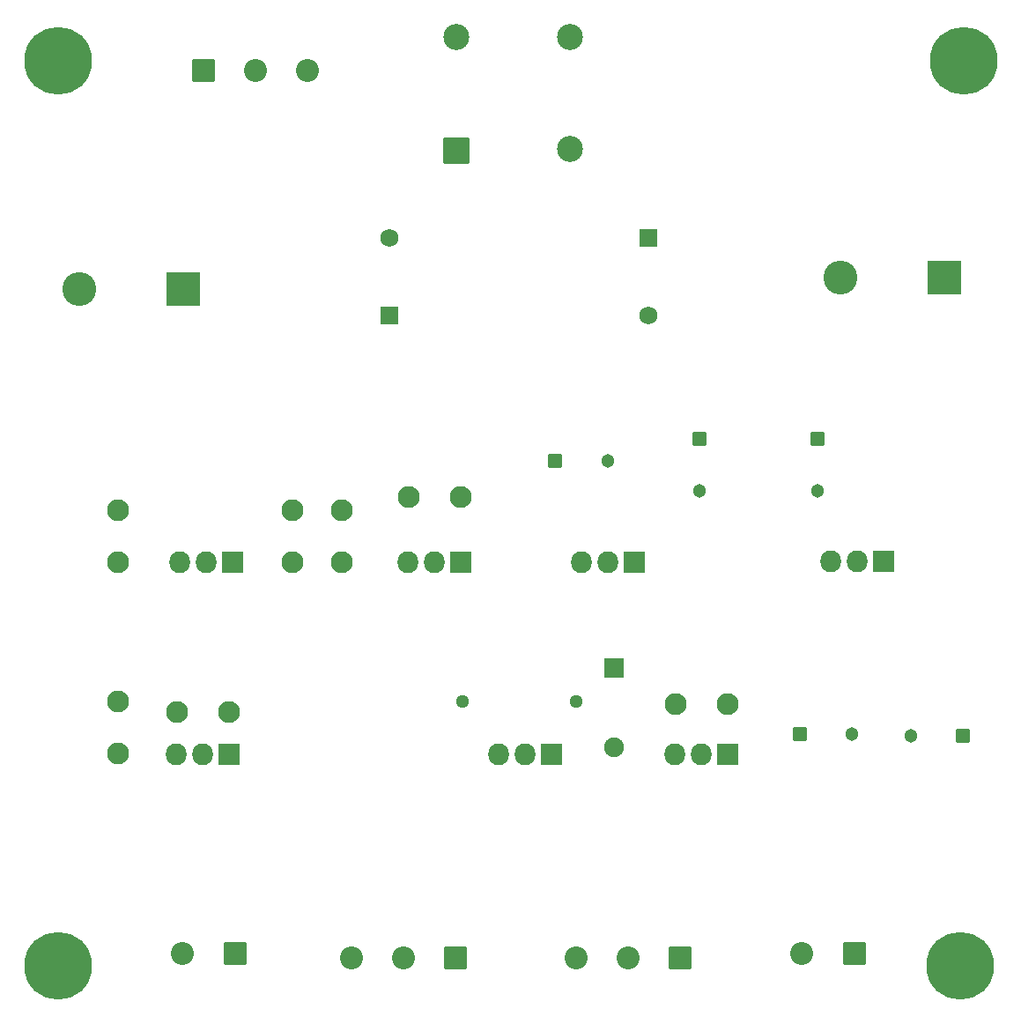
<source format=gbr>
%TF.GenerationSoftware,KiCad,Pcbnew,(6.0.0)*%
%TF.CreationDate,2022-02-28T16:45:59-03:00*%
%TF.ProjectId,Circuito fuente,43697263-7569-4746-9f20-6675656e7465,V02*%
%TF.SameCoordinates,Original*%
%TF.FileFunction,Soldermask,Top*%
%TF.FilePolarity,Negative*%
%FSLAX46Y46*%
G04 Gerber Fmt 4.6, Leading zero omitted, Abs format (unit mm)*
G04 Created by KiCad (PCBNEW (6.0.0)) date 2022-02-28 16:45:59*
%MOMM*%
%LPD*%
G01*
G04 APERTURE LIST*
G04 Aperture macros list*
%AMRoundRect*
0 Rectangle with rounded corners*
0 $1 Rounding radius*
0 $2 $3 $4 $5 $6 $7 $8 $9 X,Y pos of 4 corners*
0 Add a 4 corners polygon primitive as box body*
4,1,4,$2,$3,$4,$5,$6,$7,$8,$9,$2,$3,0*
0 Add four circle primitives for the rounded corners*
1,1,$1+$1,$2,$3*
1,1,$1+$1,$4,$5*
1,1,$1+$1,$6,$7*
1,1,$1+$1,$8,$9*
0 Add four rect primitives between the rounded corners*
20,1,$1+$1,$2,$3,$4,$5,0*
20,1,$1+$1,$4,$5,$6,$7,0*
20,1,$1+$1,$6,$7,$8,$9,0*
20,1,$1+$1,$8,$9,$2,$3,0*%
G04 Aperture macros list end*
%ADD10C,2.101600*%
%ADD11RoundRect,0.050800X0.952500X1.000000X-0.952500X1.000000X-0.952500X-1.000000X0.952500X-1.000000X0*%
%ADD12O,2.006600X2.101600*%
%ADD13RoundRect,0.050800X-0.825000X0.825000X-0.825000X-0.825000X0.825000X-0.825000X0.825000X0.825000X0*%
%ADD14C,1.751600*%
%ADD15C,0.901600*%
%ADD16C,6.501600*%
%ADD17RoundRect,0.050800X-0.600000X0.600000X-0.600000X-0.600000X0.600000X-0.600000X0.600000X0.600000X0*%
%ADD18C,1.301600*%
%ADD19RoundRect,0.050800X-1.050000X-1.050000X1.050000X-1.050000X1.050000X1.050000X-1.050000X1.050000X0*%
%ADD20C,2.201600*%
%ADD21RoundRect,0.050800X1.050000X1.050000X-1.050000X1.050000X-1.050000X-1.050000X1.050000X-1.050000X0*%
%ADD22RoundRect,0.050800X0.600000X0.600000X-0.600000X0.600000X-0.600000X-0.600000X0.600000X-0.600000X0*%
%ADD23RoundRect,0.050800X-0.900000X0.900000X-0.900000X-0.900000X0.900000X-0.900000X0.900000X0.900000X0*%
%ADD24O,1.901600X1.901600*%
%ADD25C,1.291600*%
%ADD26RoundRect,0.050800X-0.600000X-0.600000X0.600000X-0.600000X0.600000X0.600000X-0.600000X0.600000X0*%
%ADD27RoundRect,0.050800X0.825000X-0.825000X0.825000X0.825000X-0.825000X0.825000X-0.825000X-0.825000X0*%
%ADD28RoundRect,0.050800X-1.200000X1.200000X-1.200000X-1.200000X1.200000X-1.200000X1.200000X1.200000X0*%
%ADD29C,2.501600*%
%ADD30RoundRect,0.050800X1.575000X1.575000X-1.575000X1.575000X-1.575000X-1.575000X1.575000X-1.575000X0*%
%ADD31C,3.251600*%
G04 APERTURE END LIST*
D10*
%TO.C,C23*%
X109750000Y-82750000D03*
X109750000Y-77750000D03*
%TD*%
D11*
%TO.C,Q1*%
X151392000Y-101174000D03*
D12*
X148852000Y-101174000D03*
X146312000Y-101174000D03*
%TD*%
D13*
%TO.C,C14*%
X160738000Y-51554000D03*
D14*
X160738000Y-59054000D03*
%TD*%
D11*
%TO.C,U41*%
X183290000Y-82605000D03*
D12*
X180750000Y-82605000D03*
X178210000Y-82605000D03*
%TD*%
D15*
%TO.C,H2*%
X192394112Y-119802944D03*
D16*
X190697056Y-121500000D03*
D15*
X190697056Y-123900000D03*
X193097056Y-121500000D03*
X192394112Y-123197056D03*
X188297056Y-121500000D03*
X189000000Y-123197056D03*
X189000000Y-119802944D03*
X190697056Y-119100000D03*
%TD*%
D17*
%TO.C,C21*%
X165650000Y-70850000D03*
D18*
X165650000Y-75850000D03*
%TD*%
D10*
%TO.C,C22*%
X126500000Y-82750000D03*
X126500000Y-77750000D03*
%TD*%
D19*
%TO.C,U1*%
X118000000Y-35500000D03*
D20*
X123000000Y-35500000D03*
X128000000Y-35500000D03*
%TD*%
D10*
%TO.C,C17*%
X109792000Y-101084000D03*
X109792000Y-96084000D03*
%TD*%
D20*
%TO.C,U5*%
X132190500Y-120750000D03*
X137190500Y-120750000D03*
D21*
X142190500Y-120750000D03*
%TD*%
D22*
%TO.C,C25*%
X190924000Y-99370750D03*
D18*
X185924000Y-99370750D03*
%TD*%
D11*
%TO.C,U40*%
X120750000Y-82750000D03*
D12*
X118210000Y-82750000D03*
X115670000Y-82750000D03*
%TD*%
D10*
%TO.C,C26*%
X163342000Y-96374000D03*
X168342000Y-96374000D03*
%TD*%
D15*
%TO.C,H1*%
X101600000Y-121500000D03*
X102302944Y-119802944D03*
D16*
X104000000Y-121500000D03*
D15*
X105697056Y-123197056D03*
X106400000Y-121500000D03*
X104000000Y-123900000D03*
X105697056Y-119802944D03*
X102302944Y-123197056D03*
X104000000Y-119100000D03*
%TD*%
D23*
%TO.C,D1*%
X157392000Y-92864000D03*
D24*
X157392000Y-100484000D03*
%TD*%
D25*
%TO.C,R1*%
X142877000Y-96124000D03*
X153807000Y-96124000D03*
%TD*%
D11*
%TO.C,U39*%
X159333332Y-82750000D03*
D12*
X156793332Y-82750000D03*
X154253332Y-82750000D03*
%TD*%
D11*
%TO.C,U45*%
X168382000Y-101174000D03*
D12*
X165842000Y-101174000D03*
X163302000Y-101174000D03*
%TD*%
D21*
%TO.C,U6*%
X180540000Y-120323903D03*
D20*
X175460000Y-120323903D03*
%TD*%
D10*
%TO.C,C19*%
X131250000Y-82750000D03*
X131250000Y-77750000D03*
%TD*%
D26*
%TO.C,C27*%
X175274000Y-99264000D03*
D18*
X180274000Y-99264000D03*
%TD*%
D20*
%TO.C,U2*%
X115960000Y-120323903D03*
D21*
X121040000Y-120323903D03*
%TD*%
D15*
%TO.C,H3*%
X189302944Y-36247056D03*
X189302944Y-32852944D03*
X193400000Y-34550000D03*
X191000000Y-32150000D03*
X188600000Y-34550000D03*
X191000000Y-36950000D03*
D16*
X191000000Y-34550000D03*
D15*
X192697056Y-32852944D03*
X192697056Y-36247056D03*
%TD*%
D27*
%TO.C,C10*%
X135846000Y-59054000D03*
D14*
X135846000Y-51554000D03*
%TD*%
D11*
%TO.C,U4*%
X120417000Y-101174000D03*
D12*
X117877000Y-101174000D03*
X115337000Y-101174000D03*
%TD*%
D10*
%TO.C,C16*%
X120417000Y-97149000D03*
X115417000Y-97149000D03*
%TD*%
D28*
%TO.C,D2*%
X142250000Y-43150000D03*
D29*
X153150000Y-43050000D03*
X153150000Y-32250000D03*
X142250000Y-32250000D03*
%TD*%
D30*
%TO.C,C12*%
X189186000Y-55364000D03*
D31*
X179186000Y-55364000D03*
%TD*%
D17*
%TO.C,C24*%
X177000000Y-70850000D03*
D18*
X177000000Y-75850000D03*
%TD*%
D15*
%TO.C,H4*%
X105697056Y-36247056D03*
X104000000Y-36950000D03*
X101600000Y-34550000D03*
X105697056Y-32852944D03*
X104000000Y-32150000D03*
X106400000Y-34550000D03*
X102302944Y-32852944D03*
X102302944Y-36247056D03*
D16*
X104000000Y-34550000D03*
%TD*%
D20*
%TO.C,U3*%
X153809500Y-120750000D03*
X158809500Y-120750000D03*
D21*
X163809500Y-120750000D03*
%TD*%
D10*
%TO.C,C18*%
X142700000Y-76500000D03*
X137700000Y-76500000D03*
%TD*%
D11*
%TO.C,U35*%
X142666666Y-82750000D03*
D12*
X140126666Y-82750000D03*
X137586666Y-82750000D03*
%TD*%
D26*
%TO.C,C20*%
X151793250Y-72956750D03*
D18*
X156793250Y-72956750D03*
%TD*%
D30*
%TO.C,C8*%
X116000000Y-56500000D03*
D31*
X106000000Y-56500000D03*
%TD*%
M02*

</source>
